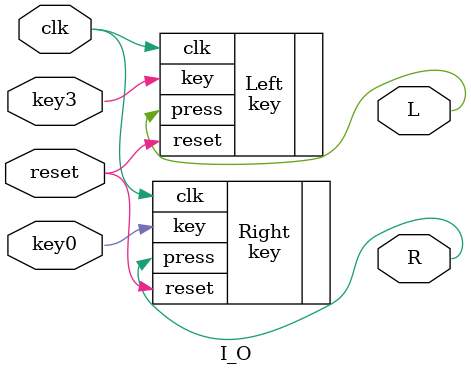
<source format=sv>
module I_O (clk, reset, key0, key3, L, R);
input logic clk, reset;
input key0, key3;
output L, R;

	key Left(.clk, .reset, .key(key3) , .press(L));
	key Right(.clk, .reset, .key(key0), .press(R));

endmodule
</source>
